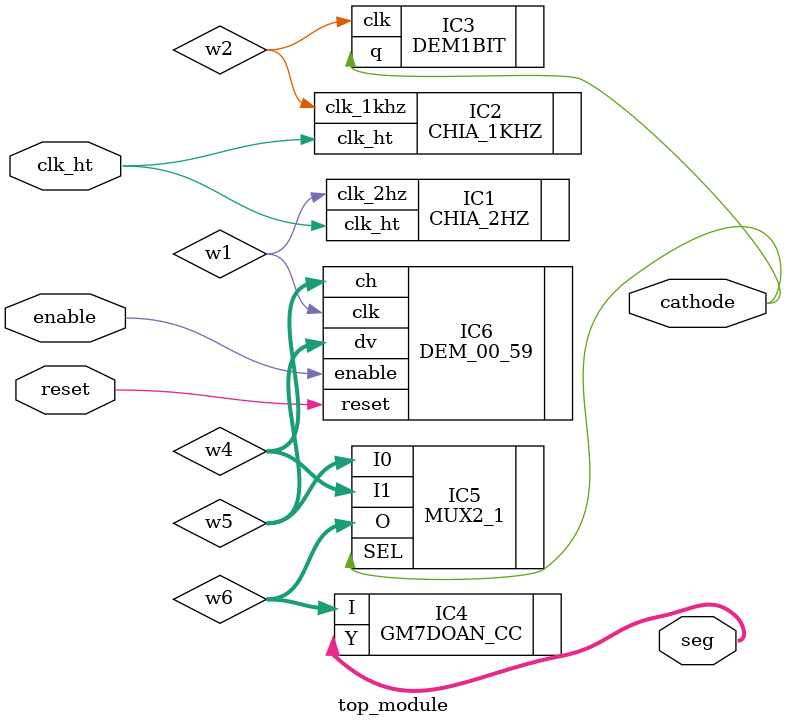
<source format=v>
module top_module(clk_ht, reset, enable, seg, cathode);
input clk_ht, reset, enable;
output [6:0] seg;
output cathode;
wire [3:0] w4, w5, w6;
wire w1, w2;
CHIA_2HZ IC1 (.clk_ht(clk_ht), .clk_2hz(w1));
CHIA_1KHZ IC2 (.clk_ht(clk_ht), .clk_1khz(w2));
DEM1BIT IC3 (.clk(w2), .q(cathode));
GM7DOAN_CC IC4 (.I(w6), .Y(seg));
MUX2_1 IC5 (.I1(w4), .I0(w5), .SEL(cathode), .O(w6));
DEM_00_59 IC6 (.clk(w1), .reset(reset), .enable(enable), .dv(w5), .ch(w4));
endmodule

</source>
